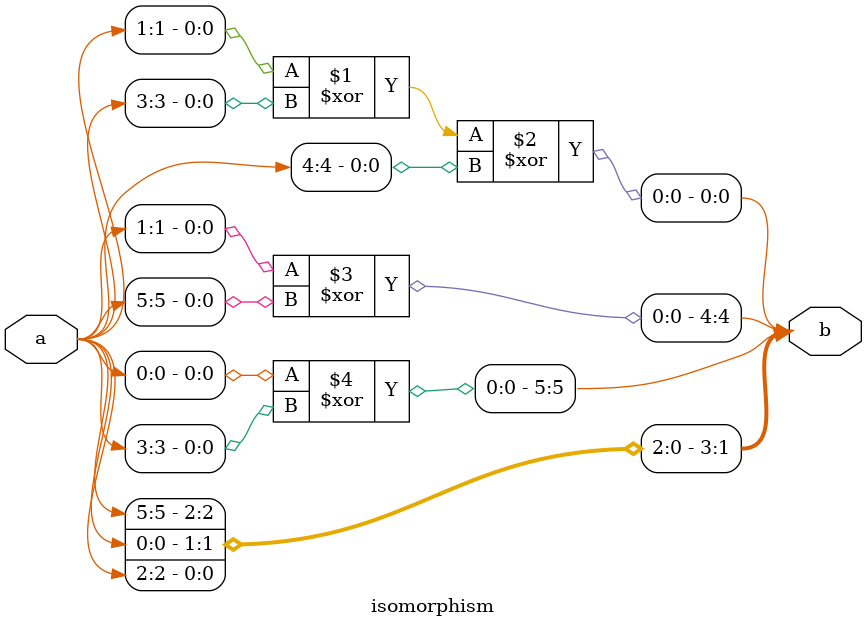
<source format=v>
`timescale 1ns/100ps
module SMS32_41_np_13_5(x,y);
	 input [5:0] x;
	 output [5:0] y;
	 wire [5:0] w;
	 wire [5:0] p;
	 isomorphism C2 (x,w);
	 power_41 C3 (w,p);
	 inv_isomorphism C4 (p,y);
endmodule

module add_base(a,b,c);
	 input [2:0] a;
	 input [2:0] b;
	 output [2:0] c;
	 assign c[0]=a[0]^b[0];
	 assign c[1]=a[1]^b[1];
	 assign c[2]=a[2]^b[2];
endmodule

module constant_multiplication_base_0(a,b);
	 input [2:0] a;
	 output [2:0] b;
	 assign b[0]=0;
	 assign b[1]=0;
	 assign b[2]=0;
endmodule

module constant_multiplication_base_1(a,b);
	 input [2:0] a;
	 output [2:0] b;
	 assign b[0]=a[0];
	 assign b[1]=a[1];
	 assign b[2]=a[2];
endmodule

module constant_multiplication_base_2(a,b);
	 input [2:0] a;
	 output [2:0] b;
	 assign b[0]=a[2];
	 assign b[1]=a[0];
	 assign b[2]=a[1]^a[2];
endmodule

module constant_multiplication_base_3(a,b);
	 input [2:0] a;
	 output [2:0] b;
	 assign b[0]=a[1]^a[2];
	 assign b[1]=a[2];
	 assign b[2]=a[0]^a[1]^a[2];
endmodule

module constant_multiplication_base_4(a,b);
	 input [2:0] a;
	 output [2:0] b;
	 assign b[0]=a[0]^a[1]^a[2];
	 assign b[1]=a[1]^a[2];
	 assign b[2]=a[0]^a[1];
endmodule

module constant_multiplication_base_5(a,b);
	 input [2:0] a;
	 output [2:0] b;
	 assign b[0]=a[0]^a[1];
	 assign b[1]=a[0]^a[1]^a[2];
	 assign b[2]=a[0]^a[2];
endmodule

module constant_multiplication_base_6(a,b);
	 input [2:0] a;
	 output [2:0] b;
	 assign b[0]=a[0]^a[2];
	 assign b[1]=a[0]^a[1];
	 assign b[2]=a[1];
endmodule

module constant_multiplication_base_7(a,b);
	 input [2:0] a;
	 output [2:0] b;
	 assign b[0]=a[1];
	 assign b[1]=a[0]^a[2];
	 assign b[2]=a[0];
endmodule

module multiplication_base(a,b,c);
	 input [2:0] a;
	 input [2:0] b;
	 output [2:0] c;
	 assign c[0]=(a[0]&b[0])^(a[1]&b[2])^(a[2]&b[1])^(a[2]&b[2]);
	 assign c[1]=(a[0]&b[1])^(a[1]&b[0])^(a[2]&b[2]);
	 assign c[2]=(a[2]&b[0])^(a[1]&b[1])^(a[0]&b[2])^(a[1]&b[2])^(a[2]&b[1])^(a[2]&b[2]);
endmodule

module square_base(a,b);
	 input [2:0] a;
	 output[2:0] b;
	 assign b[0]=a[0]^a[2];
	 assign b[1]=a[2];
	 assign b[2]=a[1]^a[2];
endmodule

module four_base(a,b);
	 input [2:0] a;
	 output[2:0] b;
	 assign b[0]=a[0]^a[1];
	 assign b[1]=a[1]^a[2];
	 assign b[2]=a[1];
endmodule

module five_base(a,b);
	 input [2:0] a;
	 output [2:0] b;
	 assign b[0]=a[0]^a[1]^a[2]^(a[0]&a[1]);
	 assign b[1]=a[1]^(a[1]&a[2])^(a[0]&a[2]);
	 assign b[2]=a[2]^(a[0]&a[1])^(a[0]&a[2]);
endmodule

module six_base(a,b);
	 input [2:0] a;
	 output [2:0] b;
	 assign b[0]=a[0]^a[2]^(a[0]&a[1])^(a[0]&a[2])^(a[1]&a[2]);
	 assign b[1]=a[1]^a[2]^(a[1]&a[2])^(a[0]&a[1]);
	 assign b[2]=a[1]^(a[1]&a[2])^(a[0]&a[2]);
endmodule

module power_41(a,b);
	 input [5:0] a;
	 output [5:0] b;
	 wire [2:0] x_0;
	 wire [2:0] x_1;
	 wire [2:0] x_2;
	 wire [2:0] x_3;
	 wire [2:0] x_4;
	 wire [2:0] x_5;
	 wire [2:0] x_6;
	 wire [2:0] x_7;
	 wire [2:0] y_0;
	 wire [2:0] y_1;
	 wire [2:0] y_2;
	 wire [2:0] y_3;
	 wire [2:0] y_4;
	 wire [2:0] y_5;
	 wire [2:0] w_00;
	 wire [2:0] w_01;
	 wire [2:0] w_02;
	 wire [2:0] w_03;
	 wire [2:0] w_04;
	 wire [2:0] w_05;
	 wire [2:0] w_10;
	 wire [2:0] w_11;
	 wire [2:0] w_12;
	 wire [2:0] w_13;
	 wire [2:0] w_14;
	 wire [2:0] w_15;
	 wire [2:0] z_00;
	 wire [2:0] z_01;
	 wire [2:0] z_02;
	 wire [2:0] z_03;
	 wire [2:0] z_04;
	 wire [2:0] z_10;
	 wire [2:0] z_11;
	 wire [2:0] z_12;
	 wire [2:0] z_13;
	 wire [2:0] z_14;
	 assign x_0[0]=a[0];
	 assign x_0[1]=a[1];
	 assign x_0[2]=a[2];
	 assign x_1[0]=a[3];
	 assign x_1[1]=a[4];
	 assign x_1[2]=a[5];
	 six_base  A1 (x_0,y_0);
	 six_base A2 (x_1,y_1);
	 five_base A3 (x_0,x_2);
	 five_base A4 (x_1,x_3);
	 four_base  A5 (x_0,x_4);
	 four_base A6 (x_1,x_5);
	 square_base  A7 (x_0,x_6);
	 square_base A8 (x_1,x_7);
	 multiplication_base A9 (x_2,x_1,y_2);
	 multiplication_base A10 (x_3,x_0,y_3);
	 multiplication_base A11 (x_4,x_7,y_4);
	 multiplication_base A12 (x_5,x_6,y_5);
	 constant_multiplication_base_5 MC00 (y_0,w_00);
	 constant_multiplication_base_1 MC01 (y_1,w_01);
	 constant_multiplication_base_3 MC02 (y_2,w_02);
	 constant_multiplication_base_6 MC03 (y_3,w_03);
	 constant_multiplication_base_5 MC04 (y_4,w_04);
	 constant_multiplication_base_1 MC05 (y_5,w_05);
	 constant_multiplication_base_1 MC10 (y_0,w_10);
	 constant_multiplication_base_5 MC11 (y_1,w_11);
	 constant_multiplication_base_6 MC12 (y_2,w_12);
	 constant_multiplication_base_3 MC13 (y_3,w_13);
	 constant_multiplication_base_1 MC14 (y_4,w_14);
	 constant_multiplication_base_5 MC15 (y_5,w_15);
	 add_base AB00 (w_00,w_01,z_00);
	 add_base AB01 (w_02,z_00,z_01);
	 add_base AB02 (w_03,z_01,z_02);
	 add_base AB03 (w_04,z_02,z_03);
	 add_base AB04 (w_05,z_03,z_04);
	 add_base AB10 (w_10,w_11,z_10);
	 add_base AB11 (w_12,z_10,z_11);
	 add_base AB12 (w_13,z_11,z_12);
	 add_base AB13 (w_14,z_12,z_13);
	 add_base AB14 (w_15,z_13,z_14);
	 assign b[0]=z_04[0];
	 assign b[1]=z_04[1];
	 assign b[2]=z_04[2];
	 assign b[3]=z_14[0];
	 assign b[4]=z_14[1];
	 assign b[5]=z_14[2];
endmodule

module inv_isomorphism(a,b);
	 input [5:0] a;
	 output [5:0] b;
	 assign b[0]=a[3];
	 assign b[1]=a[0]^a[2];
	 assign b[2]=a[0]^a[2]^a[3]^a[4];
	 assign b[3]=a[0]^a[1]^a[2]^a[3]^a[5];
	 assign b[4]=a[1]^a[3]^a[4];
	 assign b[5]=a[0]^a[1]^a[3]^a[4]^a[5];
endmodule

module isomorphism(a,b);
	 input [5:0] a;
	 output [5:0] b;
	 assign b[0]=a[1]^a[3]^a[4];
	 assign b[1]=a[2];
	 assign b[2]=a[0];
	 assign b[3]=a[5];
	 assign b[4]=a[1]^a[5];
	 assign b[5]=a[0]^a[3];
endmodule


</source>
